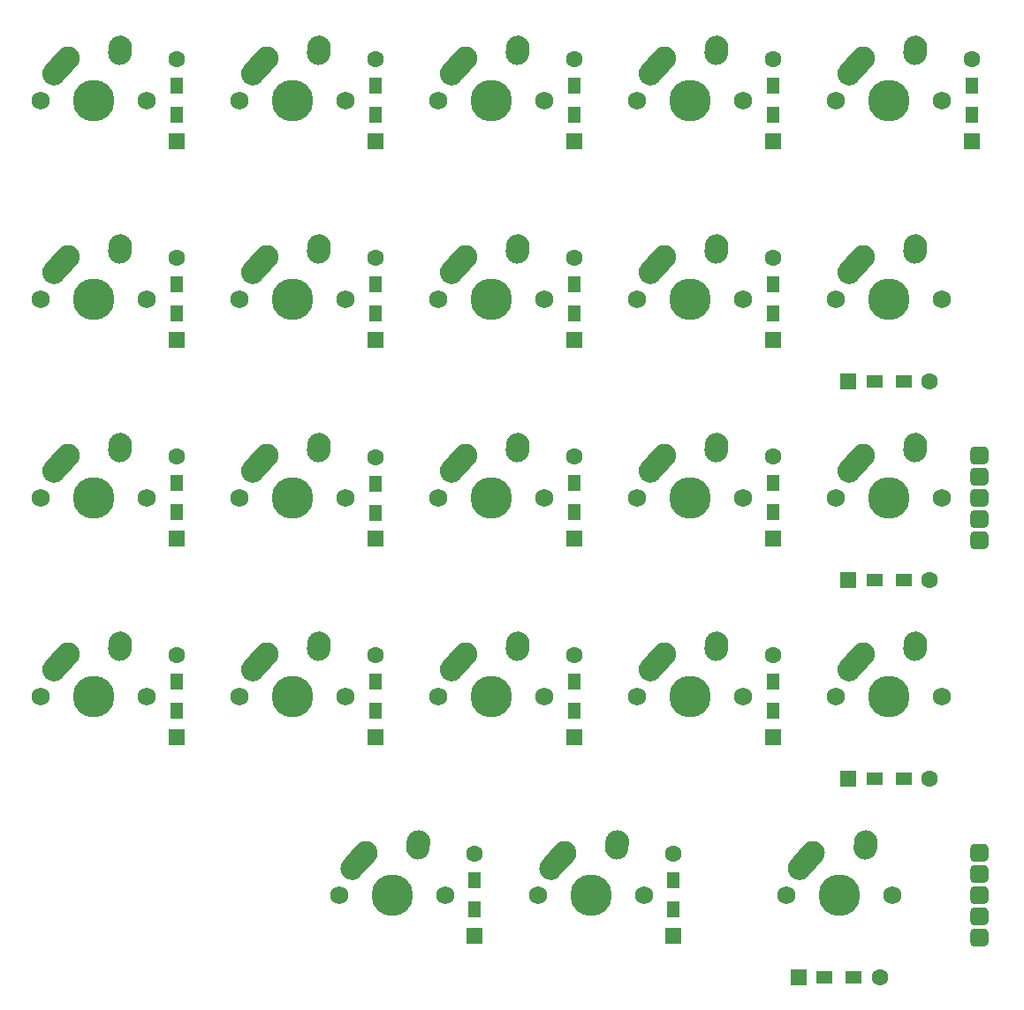
<source format=gbs>
%TF.GenerationSoftware,KiCad,Pcbnew,(5.1.12)-1*%
%TF.CreationDate,2022-01-07T15:12:48-05:00*%
%TF.ProjectId,center-gasket-1,63656e74-6572-42d6-9761-736b65742d31,rev?*%
%TF.SameCoordinates,Original*%
%TF.FileFunction,Soldermask,Bot*%
%TF.FilePolarity,Negative*%
%FSLAX46Y46*%
G04 Gerber Fmt 4.6, Leading zero omitted, Abs format (unit mm)*
G04 Created by KiCad (PCBNEW (5.1.12)-1) date 2022-01-07 15:12:48*
%MOMM*%
%LPD*%
G01*
G04 APERTURE LIST*
%ADD10C,1.750000*%
%ADD11C,2.250000*%
%ADD12C,3.987800*%
%ADD13R,1.600000X1.600000*%
%ADD14C,1.600000*%
%ADD15R,1.600000X1.200000*%
%ADD16R,1.200000X1.600000*%
G04 APERTURE END LIST*
D10*
%TO.C,MX7*%
X55086250Y-69056250D03*
X44926250Y-69056250D03*
D11*
X47506250Y-65056250D03*
D12*
X50006250Y-69056250D03*
G36*
G01*
X45444938Y-67353600D02*
X45444933Y-67353595D01*
G75*
G02*
X45358905Y-65764933I751317J837345D01*
G01*
X46668907Y-64304933D01*
G75*
G02*
X48257569Y-64218905I837345J-751317D01*
G01*
X48257569Y-64218905D01*
G75*
G02*
X48343597Y-65807567I-751317J-837345D01*
G01*
X47033595Y-67267567D01*
G75*
G02*
X45444933Y-67353595I-837345J751317D01*
G01*
G37*
D11*
X52546250Y-63976250D03*
G36*
G01*
X52429733Y-65678645D02*
X52428847Y-65678584D01*
G75*
G02*
X51383916Y-64478847I77403J1122334D01*
G01*
X51423916Y-63898847D01*
G75*
G02*
X52623653Y-62853916I1122334J-77403D01*
G01*
X52623653Y-62853916D01*
G75*
G02*
X53668584Y-64053653I-77403J-1122334D01*
G01*
X53628584Y-64633653D01*
G75*
G02*
X52428847Y-65678584I-1122334J77403D01*
G01*
G37*
%TD*%
D13*
%TO.C,D23*%
X98493750Y-115093750D03*
D14*
X106293750Y-115093750D03*
D15*
X100993750Y-115093750D03*
X103793750Y-115093750D03*
%TD*%
D13*
%TO.C,D22*%
X103256250Y-96043750D03*
D14*
X111056250Y-96043750D03*
D15*
X105756250Y-96043750D03*
X108556250Y-96043750D03*
%TD*%
D13*
%TO.C,D21*%
X103256250Y-76993750D03*
D14*
X111056250Y-76993750D03*
D15*
X105756250Y-76993750D03*
X108556250Y-76993750D03*
%TD*%
D13*
%TO.C,D20*%
X103256250Y-57943750D03*
D14*
X111056250Y-57943750D03*
D15*
X105756250Y-57943750D03*
X108556250Y-57943750D03*
%TD*%
D13*
%TO.C,D19*%
X115093750Y-34856250D03*
D14*
X115093750Y-27056250D03*
D16*
X115093750Y-32356250D03*
X115093750Y-29556250D03*
%TD*%
D13*
%TO.C,D18*%
X86518750Y-111056250D03*
D14*
X86518750Y-103256250D03*
D16*
X86518750Y-108556250D03*
X86518750Y-105756250D03*
%TD*%
D13*
%TO.C,D17*%
X96043750Y-92006250D03*
D14*
X96043750Y-84206250D03*
D16*
X96043750Y-89506250D03*
X96043750Y-86706250D03*
%TD*%
D13*
%TO.C,D16*%
X96043750Y-72956250D03*
D14*
X96043750Y-65156250D03*
D16*
X96043750Y-70456250D03*
X96043750Y-67656250D03*
%TD*%
D13*
%TO.C,D15*%
X96043750Y-53906250D03*
D14*
X96043750Y-46106250D03*
D16*
X96043750Y-51406250D03*
X96043750Y-48606250D03*
%TD*%
D13*
%TO.C,D14*%
X96043750Y-34856250D03*
D14*
X96043750Y-27056250D03*
D16*
X96043750Y-32356250D03*
X96043750Y-29556250D03*
%TD*%
D13*
%TO.C,D13*%
X67468750Y-111056250D03*
D14*
X67468750Y-103256250D03*
D16*
X67468750Y-108556250D03*
X67468750Y-105756250D03*
%TD*%
D13*
%TO.C,D12*%
X76993750Y-92006250D03*
D14*
X76993750Y-84206250D03*
D16*
X76993750Y-89506250D03*
X76993750Y-86706250D03*
%TD*%
D13*
%TO.C,D11*%
X76993750Y-72956250D03*
D14*
X76993750Y-65156250D03*
D16*
X76993750Y-70456250D03*
X76993750Y-67656250D03*
%TD*%
D13*
%TO.C,D10*%
X76993750Y-53906250D03*
D14*
X76993750Y-46106250D03*
D16*
X76993750Y-51406250D03*
X76993750Y-48606250D03*
%TD*%
D13*
%TO.C,D9*%
X76993750Y-34856250D03*
D14*
X76993750Y-27056250D03*
D16*
X76993750Y-32356250D03*
X76993750Y-29556250D03*
%TD*%
D13*
%TO.C,D8*%
X57943750Y-92006250D03*
D14*
X57943750Y-84206250D03*
D16*
X57943750Y-89506250D03*
X57943750Y-86706250D03*
%TD*%
D13*
%TO.C,D7*%
X57943750Y-73018750D03*
D14*
X57943750Y-65218750D03*
D16*
X57943750Y-70518750D03*
X57943750Y-67718750D03*
%TD*%
D13*
%TO.C,D6*%
X57943750Y-53906250D03*
D14*
X57943750Y-46106250D03*
D16*
X57943750Y-51406250D03*
X57943750Y-48606250D03*
%TD*%
D13*
%TO.C,D5*%
X57943750Y-34856250D03*
D14*
X57943750Y-27056250D03*
D16*
X57943750Y-32356250D03*
X57943750Y-29556250D03*
%TD*%
D13*
%TO.C,D4*%
X38893750Y-92006250D03*
D14*
X38893750Y-84206250D03*
D16*
X38893750Y-89506250D03*
X38893750Y-86706250D03*
%TD*%
D13*
%TO.C,D3*%
X38893750Y-72956250D03*
D14*
X38893750Y-65156250D03*
D16*
X38893750Y-70456250D03*
X38893750Y-67656250D03*
%TD*%
D13*
%TO.C,D2*%
X38893750Y-53906250D03*
D14*
X38893750Y-46106250D03*
D16*
X38893750Y-51406250D03*
X38893750Y-48606250D03*
%TD*%
D13*
%TO.C,D1*%
X38893750Y-34856250D03*
D14*
X38893750Y-27056250D03*
D16*
X38893750Y-32356250D03*
X38893750Y-29556250D03*
%TD*%
D10*
%TO.C,MX21*%
X112236250Y-69056250D03*
X102076250Y-69056250D03*
D11*
X104656250Y-65056250D03*
D12*
X107156250Y-69056250D03*
G36*
G01*
X102594938Y-67353600D02*
X102594933Y-67353595D01*
G75*
G02*
X102508905Y-65764933I751317J837345D01*
G01*
X103818907Y-64304933D01*
G75*
G02*
X105407569Y-64218905I837345J-751317D01*
G01*
X105407569Y-64218905D01*
G75*
G02*
X105493597Y-65807567I-751317J-837345D01*
G01*
X104183595Y-67267567D01*
G75*
G02*
X102594933Y-67353595I-837345J751317D01*
G01*
G37*
D11*
X109696250Y-63976250D03*
G36*
G01*
X109579733Y-65678645D02*
X109578847Y-65678584D01*
G75*
G02*
X108533916Y-64478847I77403J1122334D01*
G01*
X108573916Y-63898847D01*
G75*
G02*
X109773653Y-62853916I1122334J-77403D01*
G01*
X109773653Y-62853916D01*
G75*
G02*
X110818584Y-64053653I-77403J-1122334D01*
G01*
X110778584Y-64633653D01*
G75*
G02*
X109578847Y-65678584I-1122334J77403D01*
G01*
G37*
%TD*%
%TO.C,M2*%
G36*
G01*
X114947700Y-103562150D02*
X114947700Y-102685850D01*
G75*
G02*
X115385850Y-102247700I438150J0D01*
G01*
X116262150Y-102247700D01*
G75*
G02*
X116700300Y-102685850I0J-438150D01*
G01*
X116700300Y-103562150D01*
G75*
G02*
X116262150Y-104000300I-438150J0D01*
G01*
X115385850Y-104000300D01*
G75*
G02*
X114947700Y-103562150I0J438150D01*
G01*
G37*
G36*
G01*
X114947700Y-105594150D02*
X114947700Y-104717850D01*
G75*
G02*
X115385850Y-104279700I438150J0D01*
G01*
X116262150Y-104279700D01*
G75*
G02*
X116700300Y-104717850I0J-438150D01*
G01*
X116700300Y-105594150D01*
G75*
G02*
X116262150Y-106032300I-438150J0D01*
G01*
X115385850Y-106032300D01*
G75*
G02*
X114947700Y-105594150I0J438150D01*
G01*
G37*
G36*
G01*
X114947700Y-107626150D02*
X114947700Y-106749850D01*
G75*
G02*
X115385850Y-106311700I438150J0D01*
G01*
X116262150Y-106311700D01*
G75*
G02*
X116700300Y-106749850I0J-438150D01*
G01*
X116700300Y-107626150D01*
G75*
G02*
X116262150Y-108064300I-438150J0D01*
G01*
X115385850Y-108064300D01*
G75*
G02*
X114947700Y-107626150I0J438150D01*
G01*
G37*
G36*
G01*
X114947700Y-109658150D02*
X114947700Y-108781850D01*
G75*
G02*
X115385850Y-108343700I438150J0D01*
G01*
X116262150Y-108343700D01*
G75*
G02*
X116700300Y-108781850I0J-438150D01*
G01*
X116700300Y-109658150D01*
G75*
G02*
X116262150Y-110096300I-438150J0D01*
G01*
X115385850Y-110096300D01*
G75*
G02*
X114947700Y-109658150I0J438150D01*
G01*
G37*
G36*
G01*
X114947700Y-111690150D02*
X114947700Y-110813850D01*
G75*
G02*
X115385850Y-110375700I438150J0D01*
G01*
X116262150Y-110375700D01*
G75*
G02*
X116700300Y-110813850I0J-438150D01*
G01*
X116700300Y-111690150D01*
G75*
G02*
X116262150Y-112128300I-438150J0D01*
G01*
X115385850Y-112128300D01*
G75*
G02*
X114947700Y-111690150I0J438150D01*
G01*
G37*
%TD*%
%TO.C,M1*%
G36*
G01*
X114947700Y-73590150D02*
X114947700Y-72713850D01*
G75*
G02*
X115385850Y-72275700I438150J0D01*
G01*
X116262150Y-72275700D01*
G75*
G02*
X116700300Y-72713850I0J-438150D01*
G01*
X116700300Y-73590150D01*
G75*
G02*
X116262150Y-74028300I-438150J0D01*
G01*
X115385850Y-74028300D01*
G75*
G02*
X114947700Y-73590150I0J438150D01*
G01*
G37*
G36*
G01*
X114947700Y-71558150D02*
X114947700Y-70681850D01*
G75*
G02*
X115385850Y-70243700I438150J0D01*
G01*
X116262150Y-70243700D01*
G75*
G02*
X116700300Y-70681850I0J-438150D01*
G01*
X116700300Y-71558150D01*
G75*
G02*
X116262150Y-71996300I-438150J0D01*
G01*
X115385850Y-71996300D01*
G75*
G02*
X114947700Y-71558150I0J438150D01*
G01*
G37*
G36*
G01*
X114947700Y-69526150D02*
X114947700Y-68649850D01*
G75*
G02*
X115385850Y-68211700I438150J0D01*
G01*
X116262150Y-68211700D01*
G75*
G02*
X116700300Y-68649850I0J-438150D01*
G01*
X116700300Y-69526150D01*
G75*
G02*
X116262150Y-69964300I-438150J0D01*
G01*
X115385850Y-69964300D01*
G75*
G02*
X114947700Y-69526150I0J438150D01*
G01*
G37*
G36*
G01*
X114947700Y-67494150D02*
X114947700Y-66617850D01*
G75*
G02*
X115385850Y-66179700I438150J0D01*
G01*
X116262150Y-66179700D01*
G75*
G02*
X116700300Y-66617850I0J-438150D01*
G01*
X116700300Y-67494150D01*
G75*
G02*
X116262150Y-67932300I-438150J0D01*
G01*
X115385850Y-67932300D01*
G75*
G02*
X114947700Y-67494150I0J438150D01*
G01*
G37*
G36*
G01*
X114947700Y-65462150D02*
X114947700Y-64585850D01*
G75*
G02*
X115385850Y-64147700I438150J0D01*
G01*
X116262150Y-64147700D01*
G75*
G02*
X116700300Y-64585850I0J-438150D01*
G01*
X116700300Y-65462150D01*
G75*
G02*
X116262150Y-65900300I-438150J0D01*
G01*
X115385850Y-65900300D01*
G75*
G02*
X114947700Y-65462150I0J438150D01*
G01*
G37*
%TD*%
D10*
%TO.C,MX19*%
X112236250Y-30956250D03*
X102076250Y-30956250D03*
D11*
X104656250Y-26956250D03*
D12*
X107156250Y-30956250D03*
G36*
G01*
X102594938Y-29253600D02*
X102594933Y-29253595D01*
G75*
G02*
X102508905Y-27664933I751317J837345D01*
G01*
X103818907Y-26204933D01*
G75*
G02*
X105407569Y-26118905I837345J-751317D01*
G01*
X105407569Y-26118905D01*
G75*
G02*
X105493597Y-27707567I-751317J-837345D01*
G01*
X104183595Y-29167567D01*
G75*
G02*
X102594933Y-29253595I-837345J751317D01*
G01*
G37*
D11*
X109696250Y-25876250D03*
G36*
G01*
X109579733Y-27578645D02*
X109578847Y-27578584D01*
G75*
G02*
X108533916Y-26378847I77403J1122334D01*
G01*
X108573916Y-25798847D01*
G75*
G02*
X109773653Y-24753916I1122334J-77403D01*
G01*
X109773653Y-24753916D01*
G75*
G02*
X110818584Y-25953653I-77403J-1122334D01*
G01*
X110778584Y-26533653D01*
G75*
G02*
X109578847Y-27578584I-1122334J77403D01*
G01*
G37*
%TD*%
D10*
%TO.C,MX18*%
X83661250Y-107156250D03*
X73501250Y-107156250D03*
D11*
X76081250Y-103156250D03*
D12*
X78581250Y-107156250D03*
G36*
G01*
X74019938Y-105453600D02*
X74019933Y-105453595D01*
G75*
G02*
X73933905Y-103864933I751317J837345D01*
G01*
X75243907Y-102404933D01*
G75*
G02*
X76832569Y-102318905I837345J-751317D01*
G01*
X76832569Y-102318905D01*
G75*
G02*
X76918597Y-103907567I-751317J-837345D01*
G01*
X75608595Y-105367567D01*
G75*
G02*
X74019933Y-105453595I-837345J751317D01*
G01*
G37*
D11*
X81121250Y-102076250D03*
G36*
G01*
X81004733Y-103778645D02*
X81003847Y-103778584D01*
G75*
G02*
X79958916Y-102578847I77403J1122334D01*
G01*
X79998916Y-101998847D01*
G75*
G02*
X81198653Y-100953916I1122334J-77403D01*
G01*
X81198653Y-100953916D01*
G75*
G02*
X82243584Y-102153653I-77403J-1122334D01*
G01*
X82203584Y-102733653D01*
G75*
G02*
X81003847Y-103778584I-1122334J77403D01*
G01*
G37*
%TD*%
D10*
%TO.C,MX23*%
X107473750Y-107156250D03*
X97313750Y-107156250D03*
D11*
X99893750Y-103156250D03*
D12*
X102393750Y-107156250D03*
G36*
G01*
X97832438Y-105453600D02*
X97832433Y-105453595D01*
G75*
G02*
X97746405Y-103864933I751317J837345D01*
G01*
X99056407Y-102404933D01*
G75*
G02*
X100645069Y-102318905I837345J-751317D01*
G01*
X100645069Y-102318905D01*
G75*
G02*
X100731097Y-103907567I-751317J-837345D01*
G01*
X99421095Y-105367567D01*
G75*
G02*
X97832433Y-105453595I-837345J751317D01*
G01*
G37*
D11*
X104933750Y-102076250D03*
G36*
G01*
X104817233Y-103778645D02*
X104816347Y-103778584D01*
G75*
G02*
X103771416Y-102578847I77403J1122334D01*
G01*
X103811416Y-101998847D01*
G75*
G02*
X105011153Y-100953916I1122334J-77403D01*
G01*
X105011153Y-100953916D01*
G75*
G02*
X106056084Y-102153653I-77403J-1122334D01*
G01*
X106016084Y-102733653D01*
G75*
G02*
X104816347Y-103778584I-1122334J77403D01*
G01*
G37*
%TD*%
D10*
%TO.C,MX22*%
X112236250Y-88106250D03*
X102076250Y-88106250D03*
D11*
X104656250Y-84106250D03*
D12*
X107156250Y-88106250D03*
G36*
G01*
X102594938Y-86403600D02*
X102594933Y-86403595D01*
G75*
G02*
X102508905Y-84814933I751317J837345D01*
G01*
X103818907Y-83354933D01*
G75*
G02*
X105407569Y-83268905I837345J-751317D01*
G01*
X105407569Y-83268905D01*
G75*
G02*
X105493597Y-84857567I-751317J-837345D01*
G01*
X104183595Y-86317567D01*
G75*
G02*
X102594933Y-86403595I-837345J751317D01*
G01*
G37*
D11*
X109696250Y-83026250D03*
G36*
G01*
X109579733Y-84728645D02*
X109578847Y-84728584D01*
G75*
G02*
X108533916Y-83528847I77403J1122334D01*
G01*
X108573916Y-82948847D01*
G75*
G02*
X109773653Y-81903916I1122334J-77403D01*
G01*
X109773653Y-81903916D01*
G75*
G02*
X110818584Y-83103653I-77403J-1122334D01*
G01*
X110778584Y-83683653D01*
G75*
G02*
X109578847Y-84728584I-1122334J77403D01*
G01*
G37*
%TD*%
D10*
%TO.C,MX20*%
X112236250Y-50006250D03*
X102076250Y-50006250D03*
D11*
X104656250Y-46006250D03*
D12*
X107156250Y-50006250D03*
G36*
G01*
X102594938Y-48303600D02*
X102594933Y-48303595D01*
G75*
G02*
X102508905Y-46714933I751317J837345D01*
G01*
X103818907Y-45254933D01*
G75*
G02*
X105407569Y-45168905I837345J-751317D01*
G01*
X105407569Y-45168905D01*
G75*
G02*
X105493597Y-46757567I-751317J-837345D01*
G01*
X104183595Y-48217567D01*
G75*
G02*
X102594933Y-48303595I-837345J751317D01*
G01*
G37*
D11*
X109696250Y-44926250D03*
G36*
G01*
X109579733Y-46628645D02*
X109578847Y-46628584D01*
G75*
G02*
X108533916Y-45428847I77403J1122334D01*
G01*
X108573916Y-44848847D01*
G75*
G02*
X109773653Y-43803916I1122334J-77403D01*
G01*
X109773653Y-43803916D01*
G75*
G02*
X110818584Y-45003653I-77403J-1122334D01*
G01*
X110778584Y-45583653D01*
G75*
G02*
X109578847Y-46628584I-1122334J77403D01*
G01*
G37*
%TD*%
D10*
%TO.C,MX17*%
X93186250Y-88106250D03*
X83026250Y-88106250D03*
D11*
X85606250Y-84106250D03*
D12*
X88106250Y-88106250D03*
G36*
G01*
X83544938Y-86403600D02*
X83544933Y-86403595D01*
G75*
G02*
X83458905Y-84814933I751317J837345D01*
G01*
X84768907Y-83354933D01*
G75*
G02*
X86357569Y-83268905I837345J-751317D01*
G01*
X86357569Y-83268905D01*
G75*
G02*
X86443597Y-84857567I-751317J-837345D01*
G01*
X85133595Y-86317567D01*
G75*
G02*
X83544933Y-86403595I-837345J751317D01*
G01*
G37*
D11*
X90646250Y-83026250D03*
G36*
G01*
X90529733Y-84728645D02*
X90528847Y-84728584D01*
G75*
G02*
X89483916Y-83528847I77403J1122334D01*
G01*
X89523916Y-82948847D01*
G75*
G02*
X90723653Y-81903916I1122334J-77403D01*
G01*
X90723653Y-81903916D01*
G75*
G02*
X91768584Y-83103653I-77403J-1122334D01*
G01*
X91728584Y-83683653D01*
G75*
G02*
X90528847Y-84728584I-1122334J77403D01*
G01*
G37*
%TD*%
D10*
%TO.C,MX16*%
X93186250Y-69056250D03*
X83026250Y-69056250D03*
D11*
X85606250Y-65056250D03*
D12*
X88106250Y-69056250D03*
G36*
G01*
X83544938Y-67353600D02*
X83544933Y-67353595D01*
G75*
G02*
X83458905Y-65764933I751317J837345D01*
G01*
X84768907Y-64304933D01*
G75*
G02*
X86357569Y-64218905I837345J-751317D01*
G01*
X86357569Y-64218905D01*
G75*
G02*
X86443597Y-65807567I-751317J-837345D01*
G01*
X85133595Y-67267567D01*
G75*
G02*
X83544933Y-67353595I-837345J751317D01*
G01*
G37*
D11*
X90646250Y-63976250D03*
G36*
G01*
X90529733Y-65678645D02*
X90528847Y-65678584D01*
G75*
G02*
X89483916Y-64478847I77403J1122334D01*
G01*
X89523916Y-63898847D01*
G75*
G02*
X90723653Y-62853916I1122334J-77403D01*
G01*
X90723653Y-62853916D01*
G75*
G02*
X91768584Y-64053653I-77403J-1122334D01*
G01*
X91728584Y-64633653D01*
G75*
G02*
X90528847Y-65678584I-1122334J77403D01*
G01*
G37*
%TD*%
D10*
%TO.C,MX15*%
X93186250Y-50006250D03*
X83026250Y-50006250D03*
D11*
X85606250Y-46006250D03*
D12*
X88106250Y-50006250D03*
G36*
G01*
X83544938Y-48303600D02*
X83544933Y-48303595D01*
G75*
G02*
X83458905Y-46714933I751317J837345D01*
G01*
X84768907Y-45254933D01*
G75*
G02*
X86357569Y-45168905I837345J-751317D01*
G01*
X86357569Y-45168905D01*
G75*
G02*
X86443597Y-46757567I-751317J-837345D01*
G01*
X85133595Y-48217567D01*
G75*
G02*
X83544933Y-48303595I-837345J751317D01*
G01*
G37*
D11*
X90646250Y-44926250D03*
G36*
G01*
X90529733Y-46628645D02*
X90528847Y-46628584D01*
G75*
G02*
X89483916Y-45428847I77403J1122334D01*
G01*
X89523916Y-44848847D01*
G75*
G02*
X90723653Y-43803916I1122334J-77403D01*
G01*
X90723653Y-43803916D01*
G75*
G02*
X91768584Y-45003653I-77403J-1122334D01*
G01*
X91728584Y-45583653D01*
G75*
G02*
X90528847Y-46628584I-1122334J77403D01*
G01*
G37*
%TD*%
D10*
%TO.C,MX14*%
X93186250Y-30956250D03*
X83026250Y-30956250D03*
D11*
X85606250Y-26956250D03*
D12*
X88106250Y-30956250D03*
G36*
G01*
X83544938Y-29253600D02*
X83544933Y-29253595D01*
G75*
G02*
X83458905Y-27664933I751317J837345D01*
G01*
X84768907Y-26204933D01*
G75*
G02*
X86357569Y-26118905I837345J-751317D01*
G01*
X86357569Y-26118905D01*
G75*
G02*
X86443597Y-27707567I-751317J-837345D01*
G01*
X85133595Y-29167567D01*
G75*
G02*
X83544933Y-29253595I-837345J751317D01*
G01*
G37*
D11*
X90646250Y-25876250D03*
G36*
G01*
X90529733Y-27578645D02*
X90528847Y-27578584D01*
G75*
G02*
X89483916Y-26378847I77403J1122334D01*
G01*
X89523916Y-25798847D01*
G75*
G02*
X90723653Y-24753916I1122334J-77403D01*
G01*
X90723653Y-24753916D01*
G75*
G02*
X91768584Y-25953653I-77403J-1122334D01*
G01*
X91728584Y-26533653D01*
G75*
G02*
X90528847Y-27578584I-1122334J77403D01*
G01*
G37*
%TD*%
D10*
%TO.C,MX13*%
X64611250Y-107156250D03*
X54451250Y-107156250D03*
D11*
X57031250Y-103156250D03*
D12*
X59531250Y-107156250D03*
G36*
G01*
X54969938Y-105453600D02*
X54969933Y-105453595D01*
G75*
G02*
X54883905Y-103864933I751317J837345D01*
G01*
X56193907Y-102404933D01*
G75*
G02*
X57782569Y-102318905I837345J-751317D01*
G01*
X57782569Y-102318905D01*
G75*
G02*
X57868597Y-103907567I-751317J-837345D01*
G01*
X56558595Y-105367567D01*
G75*
G02*
X54969933Y-105453595I-837345J751317D01*
G01*
G37*
D11*
X62071250Y-102076250D03*
G36*
G01*
X61954733Y-103778645D02*
X61953847Y-103778584D01*
G75*
G02*
X60908916Y-102578847I77403J1122334D01*
G01*
X60948916Y-101998847D01*
G75*
G02*
X62148653Y-100953916I1122334J-77403D01*
G01*
X62148653Y-100953916D01*
G75*
G02*
X63193584Y-102153653I-77403J-1122334D01*
G01*
X63153584Y-102733653D01*
G75*
G02*
X61953847Y-103778584I-1122334J77403D01*
G01*
G37*
%TD*%
D10*
%TO.C,MX12*%
X74136250Y-88106250D03*
X63976250Y-88106250D03*
D11*
X66556250Y-84106250D03*
D12*
X69056250Y-88106250D03*
G36*
G01*
X64494938Y-86403600D02*
X64494933Y-86403595D01*
G75*
G02*
X64408905Y-84814933I751317J837345D01*
G01*
X65718907Y-83354933D01*
G75*
G02*
X67307569Y-83268905I837345J-751317D01*
G01*
X67307569Y-83268905D01*
G75*
G02*
X67393597Y-84857567I-751317J-837345D01*
G01*
X66083595Y-86317567D01*
G75*
G02*
X64494933Y-86403595I-837345J751317D01*
G01*
G37*
D11*
X71596250Y-83026250D03*
G36*
G01*
X71479733Y-84728645D02*
X71478847Y-84728584D01*
G75*
G02*
X70433916Y-83528847I77403J1122334D01*
G01*
X70473916Y-82948847D01*
G75*
G02*
X71673653Y-81903916I1122334J-77403D01*
G01*
X71673653Y-81903916D01*
G75*
G02*
X72718584Y-83103653I-77403J-1122334D01*
G01*
X72678584Y-83683653D01*
G75*
G02*
X71478847Y-84728584I-1122334J77403D01*
G01*
G37*
%TD*%
D10*
%TO.C,MX11*%
X74136250Y-69056250D03*
X63976250Y-69056250D03*
D11*
X66556250Y-65056250D03*
D12*
X69056250Y-69056250D03*
G36*
G01*
X64494938Y-67353600D02*
X64494933Y-67353595D01*
G75*
G02*
X64408905Y-65764933I751317J837345D01*
G01*
X65718907Y-64304933D01*
G75*
G02*
X67307569Y-64218905I837345J-751317D01*
G01*
X67307569Y-64218905D01*
G75*
G02*
X67393597Y-65807567I-751317J-837345D01*
G01*
X66083595Y-67267567D01*
G75*
G02*
X64494933Y-67353595I-837345J751317D01*
G01*
G37*
D11*
X71596250Y-63976250D03*
G36*
G01*
X71479733Y-65678645D02*
X71478847Y-65678584D01*
G75*
G02*
X70433916Y-64478847I77403J1122334D01*
G01*
X70473916Y-63898847D01*
G75*
G02*
X71673653Y-62853916I1122334J-77403D01*
G01*
X71673653Y-62853916D01*
G75*
G02*
X72718584Y-64053653I-77403J-1122334D01*
G01*
X72678584Y-64633653D01*
G75*
G02*
X71478847Y-65678584I-1122334J77403D01*
G01*
G37*
%TD*%
D10*
%TO.C,MX10*%
X74136250Y-50006250D03*
X63976250Y-50006250D03*
D11*
X66556250Y-46006250D03*
D12*
X69056250Y-50006250D03*
G36*
G01*
X64494938Y-48303600D02*
X64494933Y-48303595D01*
G75*
G02*
X64408905Y-46714933I751317J837345D01*
G01*
X65718907Y-45254933D01*
G75*
G02*
X67307569Y-45168905I837345J-751317D01*
G01*
X67307569Y-45168905D01*
G75*
G02*
X67393597Y-46757567I-751317J-837345D01*
G01*
X66083595Y-48217567D01*
G75*
G02*
X64494933Y-48303595I-837345J751317D01*
G01*
G37*
D11*
X71596250Y-44926250D03*
G36*
G01*
X71479733Y-46628645D02*
X71478847Y-46628584D01*
G75*
G02*
X70433916Y-45428847I77403J1122334D01*
G01*
X70473916Y-44848847D01*
G75*
G02*
X71673653Y-43803916I1122334J-77403D01*
G01*
X71673653Y-43803916D01*
G75*
G02*
X72718584Y-45003653I-77403J-1122334D01*
G01*
X72678584Y-45583653D01*
G75*
G02*
X71478847Y-46628584I-1122334J77403D01*
G01*
G37*
%TD*%
D10*
%TO.C,MX9*%
X74136250Y-30956250D03*
X63976250Y-30956250D03*
D11*
X66556250Y-26956250D03*
D12*
X69056250Y-30956250D03*
G36*
G01*
X64494938Y-29253600D02*
X64494933Y-29253595D01*
G75*
G02*
X64408905Y-27664933I751317J837345D01*
G01*
X65718907Y-26204933D01*
G75*
G02*
X67307569Y-26118905I837345J-751317D01*
G01*
X67307569Y-26118905D01*
G75*
G02*
X67393597Y-27707567I-751317J-837345D01*
G01*
X66083595Y-29167567D01*
G75*
G02*
X64494933Y-29253595I-837345J751317D01*
G01*
G37*
D11*
X71596250Y-25876250D03*
G36*
G01*
X71479733Y-27578645D02*
X71478847Y-27578584D01*
G75*
G02*
X70433916Y-26378847I77403J1122334D01*
G01*
X70473916Y-25798847D01*
G75*
G02*
X71673653Y-24753916I1122334J-77403D01*
G01*
X71673653Y-24753916D01*
G75*
G02*
X72718584Y-25953653I-77403J-1122334D01*
G01*
X72678584Y-26533653D01*
G75*
G02*
X71478847Y-27578584I-1122334J77403D01*
G01*
G37*
%TD*%
D10*
%TO.C,MX8*%
X55086250Y-88106250D03*
X44926250Y-88106250D03*
D11*
X47506250Y-84106250D03*
D12*
X50006250Y-88106250D03*
G36*
G01*
X45444938Y-86403600D02*
X45444933Y-86403595D01*
G75*
G02*
X45358905Y-84814933I751317J837345D01*
G01*
X46668907Y-83354933D01*
G75*
G02*
X48257569Y-83268905I837345J-751317D01*
G01*
X48257569Y-83268905D01*
G75*
G02*
X48343597Y-84857567I-751317J-837345D01*
G01*
X47033595Y-86317567D01*
G75*
G02*
X45444933Y-86403595I-837345J751317D01*
G01*
G37*
D11*
X52546250Y-83026250D03*
G36*
G01*
X52429733Y-84728645D02*
X52428847Y-84728584D01*
G75*
G02*
X51383916Y-83528847I77403J1122334D01*
G01*
X51423916Y-82948847D01*
G75*
G02*
X52623653Y-81903916I1122334J-77403D01*
G01*
X52623653Y-81903916D01*
G75*
G02*
X53668584Y-83103653I-77403J-1122334D01*
G01*
X53628584Y-83683653D01*
G75*
G02*
X52428847Y-84728584I-1122334J77403D01*
G01*
G37*
%TD*%
D10*
%TO.C,MX6*%
X55086250Y-50006250D03*
X44926250Y-50006250D03*
D11*
X47506250Y-46006250D03*
D12*
X50006250Y-50006250D03*
G36*
G01*
X45444938Y-48303600D02*
X45444933Y-48303595D01*
G75*
G02*
X45358905Y-46714933I751317J837345D01*
G01*
X46668907Y-45254933D01*
G75*
G02*
X48257569Y-45168905I837345J-751317D01*
G01*
X48257569Y-45168905D01*
G75*
G02*
X48343597Y-46757567I-751317J-837345D01*
G01*
X47033595Y-48217567D01*
G75*
G02*
X45444933Y-48303595I-837345J751317D01*
G01*
G37*
D11*
X52546250Y-44926250D03*
G36*
G01*
X52429733Y-46628645D02*
X52428847Y-46628584D01*
G75*
G02*
X51383916Y-45428847I77403J1122334D01*
G01*
X51423916Y-44848847D01*
G75*
G02*
X52623653Y-43803916I1122334J-77403D01*
G01*
X52623653Y-43803916D01*
G75*
G02*
X53668584Y-45003653I-77403J-1122334D01*
G01*
X53628584Y-45583653D01*
G75*
G02*
X52428847Y-46628584I-1122334J77403D01*
G01*
G37*
%TD*%
D10*
%TO.C,MX5*%
X55086250Y-30956250D03*
X44926250Y-30956250D03*
D11*
X47506250Y-26956250D03*
D12*
X50006250Y-30956250D03*
G36*
G01*
X45444938Y-29253600D02*
X45444933Y-29253595D01*
G75*
G02*
X45358905Y-27664933I751317J837345D01*
G01*
X46668907Y-26204933D01*
G75*
G02*
X48257569Y-26118905I837345J-751317D01*
G01*
X48257569Y-26118905D01*
G75*
G02*
X48343597Y-27707567I-751317J-837345D01*
G01*
X47033595Y-29167567D01*
G75*
G02*
X45444933Y-29253595I-837345J751317D01*
G01*
G37*
D11*
X52546250Y-25876250D03*
G36*
G01*
X52429733Y-27578645D02*
X52428847Y-27578584D01*
G75*
G02*
X51383916Y-26378847I77403J1122334D01*
G01*
X51423916Y-25798847D01*
G75*
G02*
X52623653Y-24753916I1122334J-77403D01*
G01*
X52623653Y-24753916D01*
G75*
G02*
X53668584Y-25953653I-77403J-1122334D01*
G01*
X53628584Y-26533653D01*
G75*
G02*
X52428847Y-27578584I-1122334J77403D01*
G01*
G37*
%TD*%
D10*
%TO.C,MX4*%
X36036250Y-88106250D03*
X25876250Y-88106250D03*
D11*
X28456250Y-84106250D03*
D12*
X30956250Y-88106250D03*
G36*
G01*
X26394938Y-86403600D02*
X26394933Y-86403595D01*
G75*
G02*
X26308905Y-84814933I751317J837345D01*
G01*
X27618907Y-83354933D01*
G75*
G02*
X29207569Y-83268905I837345J-751317D01*
G01*
X29207569Y-83268905D01*
G75*
G02*
X29293597Y-84857567I-751317J-837345D01*
G01*
X27983595Y-86317567D01*
G75*
G02*
X26394933Y-86403595I-837345J751317D01*
G01*
G37*
D11*
X33496250Y-83026250D03*
G36*
G01*
X33379733Y-84728645D02*
X33378847Y-84728584D01*
G75*
G02*
X32333916Y-83528847I77403J1122334D01*
G01*
X32373916Y-82948847D01*
G75*
G02*
X33573653Y-81903916I1122334J-77403D01*
G01*
X33573653Y-81903916D01*
G75*
G02*
X34618584Y-83103653I-77403J-1122334D01*
G01*
X34578584Y-83683653D01*
G75*
G02*
X33378847Y-84728584I-1122334J77403D01*
G01*
G37*
%TD*%
D10*
%TO.C,MX3*%
X36036250Y-69056250D03*
X25876250Y-69056250D03*
D11*
X28456250Y-65056250D03*
D12*
X30956250Y-69056250D03*
G36*
G01*
X26394938Y-67353600D02*
X26394933Y-67353595D01*
G75*
G02*
X26308905Y-65764933I751317J837345D01*
G01*
X27618907Y-64304933D01*
G75*
G02*
X29207569Y-64218905I837345J-751317D01*
G01*
X29207569Y-64218905D01*
G75*
G02*
X29293597Y-65807567I-751317J-837345D01*
G01*
X27983595Y-67267567D01*
G75*
G02*
X26394933Y-67353595I-837345J751317D01*
G01*
G37*
D11*
X33496250Y-63976250D03*
G36*
G01*
X33379733Y-65678645D02*
X33378847Y-65678584D01*
G75*
G02*
X32333916Y-64478847I77403J1122334D01*
G01*
X32373916Y-63898847D01*
G75*
G02*
X33573653Y-62853916I1122334J-77403D01*
G01*
X33573653Y-62853916D01*
G75*
G02*
X34618584Y-64053653I-77403J-1122334D01*
G01*
X34578584Y-64633653D01*
G75*
G02*
X33378847Y-65678584I-1122334J77403D01*
G01*
G37*
%TD*%
D10*
%TO.C,MX2*%
X36036250Y-50006250D03*
X25876250Y-50006250D03*
D11*
X28456250Y-46006250D03*
D12*
X30956250Y-50006250D03*
G36*
G01*
X26394938Y-48303600D02*
X26394933Y-48303595D01*
G75*
G02*
X26308905Y-46714933I751317J837345D01*
G01*
X27618907Y-45254933D01*
G75*
G02*
X29207569Y-45168905I837345J-751317D01*
G01*
X29207569Y-45168905D01*
G75*
G02*
X29293597Y-46757567I-751317J-837345D01*
G01*
X27983595Y-48217567D01*
G75*
G02*
X26394933Y-48303595I-837345J751317D01*
G01*
G37*
D11*
X33496250Y-44926250D03*
G36*
G01*
X33379733Y-46628645D02*
X33378847Y-46628584D01*
G75*
G02*
X32333916Y-45428847I77403J1122334D01*
G01*
X32373916Y-44848847D01*
G75*
G02*
X33573653Y-43803916I1122334J-77403D01*
G01*
X33573653Y-43803916D01*
G75*
G02*
X34618584Y-45003653I-77403J-1122334D01*
G01*
X34578584Y-45583653D01*
G75*
G02*
X33378847Y-46628584I-1122334J77403D01*
G01*
G37*
%TD*%
D10*
%TO.C,MX1*%
X36036250Y-30956250D03*
X25876250Y-30956250D03*
D11*
X28456250Y-26956250D03*
D12*
X30956250Y-30956250D03*
G36*
G01*
X26394938Y-29253600D02*
X26394933Y-29253595D01*
G75*
G02*
X26308905Y-27664933I751317J837345D01*
G01*
X27618907Y-26204933D01*
G75*
G02*
X29207569Y-26118905I837345J-751317D01*
G01*
X29207569Y-26118905D01*
G75*
G02*
X29293597Y-27707567I-751317J-837345D01*
G01*
X27983595Y-29167567D01*
G75*
G02*
X26394933Y-29253595I-837345J751317D01*
G01*
G37*
D11*
X33496250Y-25876250D03*
G36*
G01*
X33379733Y-27578645D02*
X33378847Y-27578584D01*
G75*
G02*
X32333916Y-26378847I77403J1122334D01*
G01*
X32373916Y-25798847D01*
G75*
G02*
X33573653Y-24753916I1122334J-77403D01*
G01*
X33573653Y-24753916D01*
G75*
G02*
X34618584Y-25953653I-77403J-1122334D01*
G01*
X34578584Y-26533653D01*
G75*
G02*
X33378847Y-27578584I-1122334J77403D01*
G01*
G37*
%TD*%
M02*

</source>
